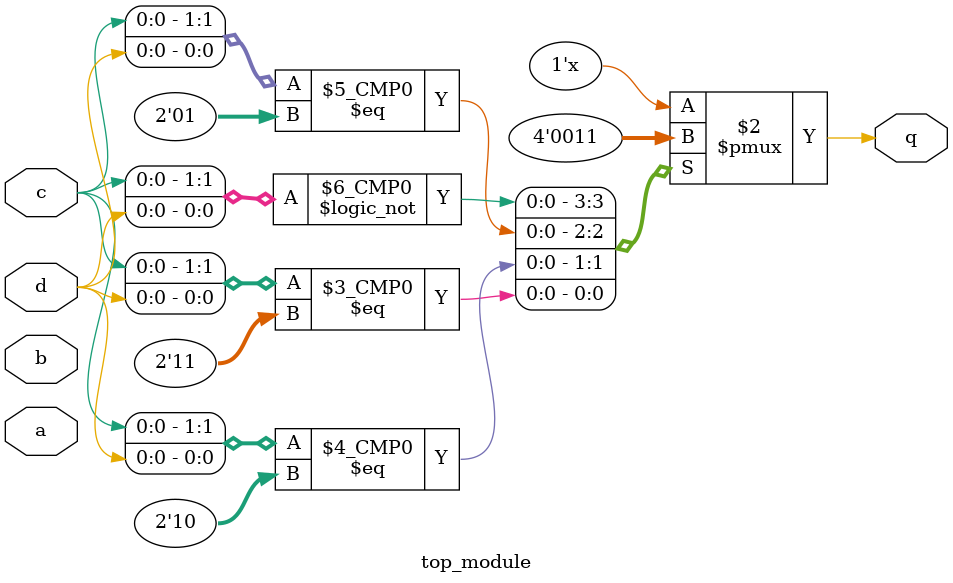
<source format=sv>
module top_module (
    input wire a,
    input wire b,
    input wire c,
    input wire d,
    output reg q
);

    always @(*)
    begin
        case ({c, d})
            2'b00: q = 1'b0;
            2'b01: q = 1'b0;
            2'b10: q = 1'b1;
            2'b11: q = 1'b1;
        endcase
    end

endmodule

</source>
